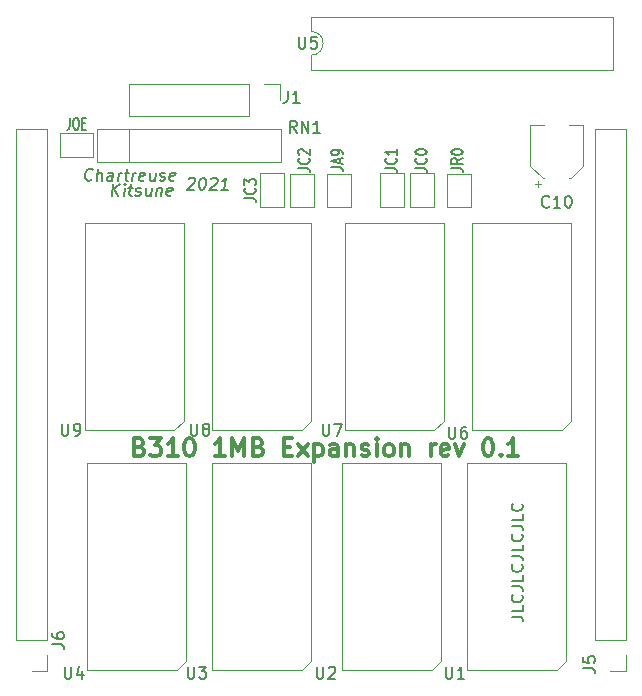
<source format=gbr>
%TF.GenerationSoftware,KiCad,Pcbnew,5.1.10*%
%TF.CreationDate,2021-12-22T00:08:39-07:00*%
%TF.ProjectId,Bondwell1MB,426f6e64-7765-46c6-9c31-4d422e6b6963,rev?*%
%TF.SameCoordinates,Original*%
%TF.FileFunction,Legend,Top*%
%TF.FilePolarity,Positive*%
%FSLAX46Y46*%
G04 Gerber Fmt 4.6, Leading zero omitted, Abs format (unit mm)*
G04 Created by KiCad (PCBNEW 5.1.10) date 2021-12-22 00:08:39*
%MOMM*%
%LPD*%
G01*
G04 APERTURE LIST*
%ADD10C,0.150000*%
%ADD11C,0.300000*%
%ADD12C,0.120000*%
%ADD13C,0.153000*%
G04 APERTURE END LIST*
D10*
X86944824Y-86669619D02*
X86998395Y-86622000D01*
X87099586Y-86574380D01*
X87337681Y-86574380D01*
X87426967Y-86622000D01*
X87468633Y-86669619D01*
X87504348Y-86764857D01*
X87492443Y-86860095D01*
X87426967Y-87002952D01*
X86784110Y-87574380D01*
X87403157Y-87574380D01*
X88147205Y-86574380D02*
X88242443Y-86574380D01*
X88331729Y-86622000D01*
X88373395Y-86669619D01*
X88409110Y-86764857D01*
X88432919Y-86955333D01*
X88403157Y-87193428D01*
X88331729Y-87383904D01*
X88272205Y-87479142D01*
X88218633Y-87526761D01*
X88117443Y-87574380D01*
X88022205Y-87574380D01*
X87932919Y-87526761D01*
X87891252Y-87479142D01*
X87855538Y-87383904D01*
X87831729Y-87193428D01*
X87861491Y-86955333D01*
X87932919Y-86764857D01*
X87992443Y-86669619D01*
X88046014Y-86622000D01*
X88147205Y-86574380D01*
X88849586Y-86669619D02*
X88903157Y-86622000D01*
X89004348Y-86574380D01*
X89242443Y-86574380D01*
X89331729Y-86622000D01*
X89373395Y-86669619D01*
X89409110Y-86764857D01*
X89397205Y-86860095D01*
X89331729Y-87002952D01*
X88688872Y-87574380D01*
X89307919Y-87574380D01*
X90260300Y-87574380D02*
X89688872Y-87574380D01*
X89974586Y-87574380D02*
X90099586Y-86574380D01*
X89986491Y-86717238D01*
X89879348Y-86812476D01*
X89778157Y-86860095D01*
X80434205Y-88082380D02*
X80559205Y-87082380D01*
X81005633Y-88082380D02*
X80648491Y-87510952D01*
X81130633Y-87082380D02*
X80487776Y-87653809D01*
X81434205Y-88082380D02*
X81517538Y-87415714D01*
X81559205Y-87082380D02*
X81505633Y-87130000D01*
X81547300Y-87177619D01*
X81600872Y-87130000D01*
X81559205Y-87082380D01*
X81547300Y-87177619D01*
X81850872Y-87415714D02*
X82231824Y-87415714D01*
X82035395Y-87082380D02*
X81928252Y-87939523D01*
X81963967Y-88034761D01*
X82053252Y-88082380D01*
X82148491Y-88082380D01*
X82440157Y-88034761D02*
X82529443Y-88082380D01*
X82719919Y-88082380D01*
X82821110Y-88034761D01*
X82880633Y-87939523D01*
X82886586Y-87891904D01*
X82850872Y-87796666D01*
X82761586Y-87749047D01*
X82618729Y-87749047D01*
X82529443Y-87701428D01*
X82493729Y-87606190D01*
X82499681Y-87558571D01*
X82559205Y-87463333D01*
X82660395Y-87415714D01*
X82803252Y-87415714D01*
X82892538Y-87463333D01*
X83803252Y-87415714D02*
X83719919Y-88082380D01*
X83374681Y-87415714D02*
X83309205Y-87939523D01*
X83344919Y-88034761D01*
X83434205Y-88082380D01*
X83577062Y-88082380D01*
X83678252Y-88034761D01*
X83731824Y-87987142D01*
X84279443Y-87415714D02*
X84196110Y-88082380D01*
X84267538Y-87510952D02*
X84321110Y-87463333D01*
X84422300Y-87415714D01*
X84565157Y-87415714D01*
X84654443Y-87463333D01*
X84690157Y-87558571D01*
X84624681Y-88082380D01*
X85487776Y-88034761D02*
X85386586Y-88082380D01*
X85196110Y-88082380D01*
X85106824Y-88034761D01*
X85071110Y-87939523D01*
X85118729Y-87558571D01*
X85178252Y-87463333D01*
X85279443Y-87415714D01*
X85469919Y-87415714D01*
X85559205Y-87463333D01*
X85594919Y-87558571D01*
X85583014Y-87653809D01*
X85094919Y-87749047D01*
X78739633Y-86717142D02*
X78686062Y-86764761D01*
X78537252Y-86812380D01*
X78442014Y-86812380D01*
X78305110Y-86764761D01*
X78221776Y-86669523D01*
X78186062Y-86574285D01*
X78162252Y-86383809D01*
X78180110Y-86240952D01*
X78251538Y-86050476D01*
X78311062Y-85955238D01*
X78418205Y-85860000D01*
X78567014Y-85812380D01*
X78662252Y-85812380D01*
X78799157Y-85860000D01*
X78840824Y-85907619D01*
X79156300Y-86812380D02*
X79281300Y-85812380D01*
X79584872Y-86812380D02*
X79650348Y-86288571D01*
X79614633Y-86193333D01*
X79525348Y-86145714D01*
X79382491Y-86145714D01*
X79281300Y-86193333D01*
X79227729Y-86240952D01*
X80489633Y-86812380D02*
X80555110Y-86288571D01*
X80519395Y-86193333D01*
X80430110Y-86145714D01*
X80239633Y-86145714D01*
X80138443Y-86193333D01*
X80495586Y-86764761D02*
X80394395Y-86812380D01*
X80156300Y-86812380D01*
X80067014Y-86764761D01*
X80031300Y-86669523D01*
X80043205Y-86574285D01*
X80102729Y-86479047D01*
X80203919Y-86431428D01*
X80442014Y-86431428D01*
X80543205Y-86383809D01*
X80965824Y-86812380D02*
X81049157Y-86145714D01*
X81025348Y-86336190D02*
X81084872Y-86240952D01*
X81138443Y-86193333D01*
X81239633Y-86145714D01*
X81334872Y-86145714D01*
X81525348Y-86145714D02*
X81906300Y-86145714D01*
X81709872Y-85812380D02*
X81602729Y-86669523D01*
X81638443Y-86764761D01*
X81727729Y-86812380D01*
X81822967Y-86812380D01*
X82156300Y-86812380D02*
X82239633Y-86145714D01*
X82215824Y-86336190D02*
X82275348Y-86240952D01*
X82328919Y-86193333D01*
X82430110Y-86145714D01*
X82525348Y-86145714D01*
X83162252Y-86764761D02*
X83061062Y-86812380D01*
X82870586Y-86812380D01*
X82781300Y-86764761D01*
X82745586Y-86669523D01*
X82793205Y-86288571D01*
X82852729Y-86193333D01*
X82953919Y-86145714D01*
X83144395Y-86145714D01*
X83233681Y-86193333D01*
X83269395Y-86288571D01*
X83257491Y-86383809D01*
X82769395Y-86479047D01*
X84144395Y-86145714D02*
X84061062Y-86812380D01*
X83715824Y-86145714D02*
X83650348Y-86669523D01*
X83686062Y-86764761D01*
X83775348Y-86812380D01*
X83918205Y-86812380D01*
X84019395Y-86764761D01*
X84072967Y-86717142D01*
X84495586Y-86764761D02*
X84584872Y-86812380D01*
X84775348Y-86812380D01*
X84876538Y-86764761D01*
X84936062Y-86669523D01*
X84942014Y-86621904D01*
X84906300Y-86526666D01*
X84817014Y-86479047D01*
X84674157Y-86479047D01*
X84584872Y-86431428D01*
X84549157Y-86336190D01*
X84555110Y-86288571D01*
X84614633Y-86193333D01*
X84715824Y-86145714D01*
X84858681Y-86145714D01*
X84947967Y-86193333D01*
X85733681Y-86764761D02*
X85632491Y-86812380D01*
X85442014Y-86812380D01*
X85352729Y-86764761D01*
X85317014Y-86669523D01*
X85364633Y-86288571D01*
X85424157Y-86193333D01*
X85525348Y-86145714D01*
X85715824Y-86145714D01*
X85805110Y-86193333D01*
X85840824Y-86288571D01*
X85828919Y-86383809D01*
X85340824Y-86479047D01*
D11*
X82801999Y-109366857D02*
X83016285Y-109438285D01*
X83087714Y-109509714D01*
X83159142Y-109652571D01*
X83159142Y-109866857D01*
X83087714Y-110009714D01*
X83016285Y-110081142D01*
X82873428Y-110152571D01*
X82301999Y-110152571D01*
X82301999Y-108652571D01*
X82801999Y-108652571D01*
X82944857Y-108724000D01*
X83016285Y-108795428D01*
X83087714Y-108938285D01*
X83087714Y-109081142D01*
X83016285Y-109224000D01*
X82944857Y-109295428D01*
X82801999Y-109366857D01*
X82301999Y-109366857D01*
X83659142Y-108652571D02*
X84587714Y-108652571D01*
X84087714Y-109224000D01*
X84301999Y-109224000D01*
X84444857Y-109295428D01*
X84516285Y-109366857D01*
X84587714Y-109509714D01*
X84587714Y-109866857D01*
X84516285Y-110009714D01*
X84444857Y-110081142D01*
X84301999Y-110152571D01*
X83873428Y-110152571D01*
X83730571Y-110081142D01*
X83659142Y-110009714D01*
X86016285Y-110152571D02*
X85159142Y-110152571D01*
X85587714Y-110152571D02*
X85587714Y-108652571D01*
X85444857Y-108866857D01*
X85301999Y-109009714D01*
X85159142Y-109081142D01*
X86944857Y-108652571D02*
X87087714Y-108652571D01*
X87230571Y-108724000D01*
X87301999Y-108795428D01*
X87373428Y-108938285D01*
X87444857Y-109224000D01*
X87444857Y-109581142D01*
X87373428Y-109866857D01*
X87301999Y-110009714D01*
X87230571Y-110081142D01*
X87087714Y-110152571D01*
X86944857Y-110152571D01*
X86801999Y-110081142D01*
X86730571Y-110009714D01*
X86659142Y-109866857D01*
X86587714Y-109581142D01*
X86587714Y-109224000D01*
X86659142Y-108938285D01*
X86730571Y-108795428D01*
X86801999Y-108724000D01*
X86944857Y-108652571D01*
X90016285Y-110152571D02*
X89159142Y-110152571D01*
X89587714Y-110152571D02*
X89587714Y-108652571D01*
X89444857Y-108866857D01*
X89301999Y-109009714D01*
X89159142Y-109081142D01*
X90659142Y-110152571D02*
X90659142Y-108652571D01*
X91159142Y-109724000D01*
X91659142Y-108652571D01*
X91659142Y-110152571D01*
X92873428Y-109366857D02*
X93087714Y-109438285D01*
X93159142Y-109509714D01*
X93230571Y-109652571D01*
X93230571Y-109866857D01*
X93159142Y-110009714D01*
X93087714Y-110081142D01*
X92944857Y-110152571D01*
X92373428Y-110152571D01*
X92373428Y-108652571D01*
X92873428Y-108652571D01*
X93016285Y-108724000D01*
X93087714Y-108795428D01*
X93159142Y-108938285D01*
X93159142Y-109081142D01*
X93087714Y-109224000D01*
X93016285Y-109295428D01*
X92873428Y-109366857D01*
X92373428Y-109366857D01*
X95016285Y-109366857D02*
X95516285Y-109366857D01*
X95730571Y-110152571D02*
X95016285Y-110152571D01*
X95016285Y-108652571D01*
X95730571Y-108652571D01*
X96230571Y-110152571D02*
X97016285Y-109152571D01*
X96230571Y-109152571D02*
X97016285Y-110152571D01*
X97587714Y-109152571D02*
X97587714Y-110652571D01*
X97587714Y-109224000D02*
X97730571Y-109152571D01*
X98016285Y-109152571D01*
X98159142Y-109224000D01*
X98230571Y-109295428D01*
X98301999Y-109438285D01*
X98301999Y-109866857D01*
X98230571Y-110009714D01*
X98159142Y-110081142D01*
X98016285Y-110152571D01*
X97730571Y-110152571D01*
X97587714Y-110081142D01*
X99587714Y-110152571D02*
X99587714Y-109366857D01*
X99516285Y-109224000D01*
X99373428Y-109152571D01*
X99087714Y-109152571D01*
X98944857Y-109224000D01*
X99587714Y-110081142D02*
X99444857Y-110152571D01*
X99087714Y-110152571D01*
X98944857Y-110081142D01*
X98873428Y-109938285D01*
X98873428Y-109795428D01*
X98944857Y-109652571D01*
X99087714Y-109581142D01*
X99444857Y-109581142D01*
X99587714Y-109509714D01*
X100301999Y-109152571D02*
X100301999Y-110152571D01*
X100301999Y-109295428D02*
X100373428Y-109224000D01*
X100516285Y-109152571D01*
X100730571Y-109152571D01*
X100873428Y-109224000D01*
X100944857Y-109366857D01*
X100944857Y-110152571D01*
X101587714Y-110081142D02*
X101730571Y-110152571D01*
X102016285Y-110152571D01*
X102159142Y-110081142D01*
X102230571Y-109938285D01*
X102230571Y-109866857D01*
X102159142Y-109724000D01*
X102016285Y-109652571D01*
X101801999Y-109652571D01*
X101659142Y-109581142D01*
X101587714Y-109438285D01*
X101587714Y-109366857D01*
X101659142Y-109224000D01*
X101801999Y-109152571D01*
X102016285Y-109152571D01*
X102159142Y-109224000D01*
X102873428Y-110152571D02*
X102873428Y-109152571D01*
X102873428Y-108652571D02*
X102801999Y-108724000D01*
X102873428Y-108795428D01*
X102944857Y-108724000D01*
X102873428Y-108652571D01*
X102873428Y-108795428D01*
X103801999Y-110152571D02*
X103659142Y-110081142D01*
X103587714Y-110009714D01*
X103516285Y-109866857D01*
X103516285Y-109438285D01*
X103587714Y-109295428D01*
X103659142Y-109224000D01*
X103801999Y-109152571D01*
X104016285Y-109152571D01*
X104159142Y-109224000D01*
X104230571Y-109295428D01*
X104301999Y-109438285D01*
X104301999Y-109866857D01*
X104230571Y-110009714D01*
X104159142Y-110081142D01*
X104016285Y-110152571D01*
X103801999Y-110152571D01*
X104944857Y-109152571D02*
X104944857Y-110152571D01*
X104944857Y-109295428D02*
X105016285Y-109224000D01*
X105159142Y-109152571D01*
X105373428Y-109152571D01*
X105516285Y-109224000D01*
X105587714Y-109366857D01*
X105587714Y-110152571D01*
X107444857Y-110152571D02*
X107444857Y-109152571D01*
X107444857Y-109438285D02*
X107516285Y-109295428D01*
X107587714Y-109224000D01*
X107730571Y-109152571D01*
X107873428Y-109152571D01*
X108944857Y-110081142D02*
X108801999Y-110152571D01*
X108516285Y-110152571D01*
X108373428Y-110081142D01*
X108301999Y-109938285D01*
X108301999Y-109366857D01*
X108373428Y-109224000D01*
X108516285Y-109152571D01*
X108801999Y-109152571D01*
X108944857Y-109224000D01*
X109016285Y-109366857D01*
X109016285Y-109509714D01*
X108301999Y-109652571D01*
X109516285Y-109152571D02*
X109873428Y-110152571D01*
X110230571Y-109152571D01*
X112230571Y-108652571D02*
X112373428Y-108652571D01*
X112516285Y-108724000D01*
X112587714Y-108795428D01*
X112659142Y-108938285D01*
X112730571Y-109224000D01*
X112730571Y-109581142D01*
X112659142Y-109866857D01*
X112587714Y-110009714D01*
X112516285Y-110081142D01*
X112373428Y-110152571D01*
X112230571Y-110152571D01*
X112087714Y-110081142D01*
X112016285Y-110009714D01*
X111944857Y-109866857D01*
X111873428Y-109581142D01*
X111873428Y-109224000D01*
X111944857Y-108938285D01*
X112016285Y-108795428D01*
X112087714Y-108724000D01*
X112230571Y-108652571D01*
X113373428Y-110009714D02*
X113444857Y-110081142D01*
X113373428Y-110152571D01*
X113301999Y-110081142D01*
X113373428Y-110009714D01*
X113373428Y-110152571D01*
X114873428Y-110152571D02*
X114016285Y-110152571D01*
X114444857Y-110152571D02*
X114444857Y-108652571D01*
X114301999Y-108866857D01*
X114159142Y-109009714D01*
X114016285Y-109081142D01*
D10*
X114315142Y-123745047D02*
X114958000Y-123745047D01*
X115086571Y-123792666D01*
X115172285Y-123887904D01*
X115215142Y-124030761D01*
X115215142Y-124126000D01*
X115215142Y-122792666D02*
X115215142Y-123268857D01*
X114315142Y-123268857D01*
X115129428Y-121887904D02*
X115172285Y-121935523D01*
X115215142Y-122078380D01*
X115215142Y-122173619D01*
X115172285Y-122316476D01*
X115086571Y-122411714D01*
X115000857Y-122459333D01*
X114829428Y-122506952D01*
X114700857Y-122506952D01*
X114529428Y-122459333D01*
X114443714Y-122411714D01*
X114358000Y-122316476D01*
X114315142Y-122173619D01*
X114315142Y-122078380D01*
X114358000Y-121935523D01*
X114400857Y-121887904D01*
X114315142Y-121173619D02*
X114958000Y-121173619D01*
X115086571Y-121221238D01*
X115172285Y-121316476D01*
X115215142Y-121459333D01*
X115215142Y-121554571D01*
X115215142Y-120221238D02*
X115215142Y-120697428D01*
X114315142Y-120697428D01*
X115129428Y-119316476D02*
X115172285Y-119364095D01*
X115215142Y-119506952D01*
X115215142Y-119602190D01*
X115172285Y-119745047D01*
X115086571Y-119840285D01*
X115000857Y-119887904D01*
X114829428Y-119935523D01*
X114700857Y-119935523D01*
X114529428Y-119887904D01*
X114443714Y-119840285D01*
X114358000Y-119745047D01*
X114315142Y-119602190D01*
X114315142Y-119506952D01*
X114358000Y-119364095D01*
X114400857Y-119316476D01*
X114315142Y-118602190D02*
X114958000Y-118602190D01*
X115086571Y-118649809D01*
X115172285Y-118745047D01*
X115215142Y-118887904D01*
X115215142Y-118983142D01*
X115215142Y-117649809D02*
X115215142Y-118126000D01*
X114315142Y-118126000D01*
X115129428Y-116745047D02*
X115172285Y-116792666D01*
X115215142Y-116935523D01*
X115215142Y-117030761D01*
X115172285Y-117173619D01*
X115086571Y-117268857D01*
X115000857Y-117316476D01*
X114829428Y-117364095D01*
X114700857Y-117364095D01*
X114529428Y-117316476D01*
X114443714Y-117268857D01*
X114358000Y-117173619D01*
X114315142Y-117030761D01*
X114315142Y-116935523D01*
X114358000Y-116792666D01*
X114400857Y-116745047D01*
X114315142Y-116030761D02*
X114958000Y-116030761D01*
X115086571Y-116078380D01*
X115172285Y-116173619D01*
X115215142Y-116316476D01*
X115215142Y-116411714D01*
X115215142Y-115078380D02*
X115215142Y-115554571D01*
X114315142Y-115554571D01*
X115129428Y-114173619D02*
X115172285Y-114221238D01*
X115215142Y-114364095D01*
X115215142Y-114459333D01*
X115172285Y-114602190D01*
X115086571Y-114697428D01*
X115000857Y-114745047D01*
X114829428Y-114792666D01*
X114700857Y-114792666D01*
X114529428Y-114745047D01*
X114443714Y-114697428D01*
X114358000Y-114602190D01*
X114315142Y-114459333D01*
X114315142Y-114364095D01*
X114358000Y-114221238D01*
X114400857Y-114173619D01*
D12*
%TO.C,J1*%
X94675000Y-78680000D02*
X94675000Y-80010000D01*
X93345000Y-78680000D02*
X94675000Y-78680000D01*
X92075000Y-78680000D02*
X92075000Y-81340000D01*
X92075000Y-81340000D02*
X81855000Y-81340000D01*
X92075000Y-78680000D02*
X81855000Y-78680000D01*
X81855000Y-78680000D02*
X81855000Y-81340000D01*
%TO.C,U5*%
X97330000Y-72940000D02*
X97330000Y-74190000D01*
X122850000Y-72940000D02*
X97330000Y-72940000D01*
X122850000Y-77440000D02*
X122850000Y-72940000D01*
X97330000Y-77440000D02*
X122850000Y-77440000D01*
X97330000Y-76190000D02*
X97330000Y-77440000D01*
X97330000Y-74190000D02*
G75*
G02*
X97330000Y-76190000I0J-1000000D01*
G01*
%TO.C,JC0*%
X107680000Y-86215000D02*
X107680000Y-89015000D01*
X107680000Y-89015000D02*
X105680000Y-89015000D01*
X105680000Y-89015000D02*
X105680000Y-86215000D01*
X105680000Y-86215000D02*
X107680000Y-86215000D01*
%TO.C,JC2*%
X97520000Y-86230000D02*
X97520000Y-89030000D01*
X97520000Y-89030000D02*
X95520000Y-89030000D01*
X95520000Y-89030000D02*
X95520000Y-86230000D01*
X95520000Y-86230000D02*
X97520000Y-86230000D01*
%TO.C,J6*%
X74990000Y-128330000D02*
X73660000Y-128330000D01*
X74990000Y-127000000D02*
X74990000Y-128330000D01*
X74990000Y-125730000D02*
X72330000Y-125730000D01*
X72330000Y-125730000D02*
X72330000Y-82490000D01*
X74990000Y-125730000D02*
X74990000Y-82490000D01*
X74990000Y-82490000D02*
X72330000Y-82490000D01*
%TO.C,U8*%
X97335000Y-90424000D02*
X97335000Y-107150000D01*
X88935000Y-90394000D02*
X97335000Y-90394000D01*
X88935000Y-107950000D02*
X88935000Y-90394000D01*
X96535000Y-107950000D02*
X88935000Y-107950000D01*
X97335000Y-107150000D02*
X96535000Y-107950000D01*
%TO.C,U3*%
X97335000Y-110744000D02*
X97335000Y-127470000D01*
X88935000Y-110714000D02*
X97335000Y-110714000D01*
X88935000Y-128270000D02*
X88935000Y-110714000D01*
X96535000Y-128270000D02*
X88935000Y-128270000D01*
X97335000Y-127470000D02*
X96535000Y-128270000D01*
%TO.C,U4*%
X86750000Y-110744000D02*
X86750000Y-127470000D01*
X78350000Y-110714000D02*
X86750000Y-110714000D01*
X78350000Y-128270000D02*
X78350000Y-110714000D01*
X85950000Y-128270000D02*
X78350000Y-128270000D01*
X86750000Y-127470000D02*
X85950000Y-128270000D01*
%TO.C,U2*%
X108340000Y-110744000D02*
X108340000Y-127470000D01*
X99940000Y-110714000D02*
X108340000Y-110714000D01*
X99940000Y-128270000D02*
X99940000Y-110714000D01*
X107540000Y-128270000D02*
X99940000Y-128270000D01*
X108340000Y-127470000D02*
X107540000Y-128270000D01*
%TO.C,U9*%
X86540000Y-90424000D02*
X86540000Y-107150000D01*
X78140000Y-90394000D02*
X86540000Y-90394000D01*
X78140000Y-107950000D02*
X78140000Y-90394000D01*
X85740000Y-107950000D02*
X78140000Y-107950000D01*
X86540000Y-107150000D02*
X85740000Y-107950000D01*
%TO.C,U7*%
X108550000Y-90424000D02*
X108550000Y-107150000D01*
X100150000Y-90394000D02*
X108550000Y-90394000D01*
X100150000Y-107950000D02*
X100150000Y-90394000D01*
X107750000Y-107950000D02*
X100150000Y-107950000D01*
X108550000Y-107150000D02*
X107750000Y-107950000D01*
%TO.C,U1*%
X118925000Y-110744000D02*
X118925000Y-127470000D01*
X110525000Y-110714000D02*
X118925000Y-110714000D01*
X110525000Y-128270000D02*
X110525000Y-110714000D01*
X118125000Y-128270000D02*
X110525000Y-128270000D01*
X118925000Y-127470000D02*
X118125000Y-128270000D01*
%TO.C,U6*%
X119345000Y-90424000D02*
X119345000Y-107150000D01*
X110945000Y-90394000D02*
X119345000Y-90394000D01*
X110945000Y-107950000D02*
X110945000Y-90394000D01*
X118545000Y-107950000D02*
X110945000Y-107950000D01*
X119345000Y-107150000D02*
X118545000Y-107950000D01*
%TO.C,RN1*%
X81915000Y-82420000D02*
X81915000Y-85220000D01*
X94785000Y-82420000D02*
X79205000Y-82420000D01*
X94785000Y-85220000D02*
X94785000Y-82420000D01*
X79205000Y-85220000D02*
X94785000Y-85220000D01*
X79205000Y-82420000D02*
X79205000Y-85220000D01*
%TO.C,JR0*%
X110855000Y-86230000D02*
X110855000Y-89030000D01*
X110855000Y-89030000D02*
X108855000Y-89030000D01*
X108855000Y-89030000D02*
X108855000Y-86230000D01*
X108855000Y-86230000D02*
X110855000Y-86230000D01*
%TO.C,JC3*%
X94980000Y-86215000D02*
X94980000Y-89015000D01*
X94980000Y-89015000D02*
X92980000Y-89015000D01*
X92980000Y-89015000D02*
X92980000Y-86215000D01*
X92980000Y-86215000D02*
X94980000Y-86215000D01*
%TO.C,JC1*%
X105140000Y-86215000D02*
X105140000Y-89015000D01*
X105140000Y-89015000D02*
X103140000Y-89015000D01*
X103140000Y-89015000D02*
X103140000Y-86215000D01*
X103140000Y-86215000D02*
X105140000Y-86215000D01*
%TO.C,JOE*%
X76070000Y-82820000D02*
X78870000Y-82820000D01*
X78870000Y-82820000D02*
X78870000Y-84820000D01*
X78870000Y-84820000D02*
X76070000Y-84820000D01*
X76070000Y-84820000D02*
X76070000Y-82820000D01*
%TO.C,JA9*%
X100695000Y-86230000D02*
X100695000Y-89030000D01*
X100695000Y-89030000D02*
X98695000Y-89030000D01*
X98695000Y-89030000D02*
X98695000Y-86230000D01*
X98695000Y-86230000D02*
X100695000Y-86230000D01*
%TO.C,J5*%
X123990000Y-128330000D02*
X122660000Y-128330000D01*
X123990000Y-127000000D02*
X123990000Y-128330000D01*
X123990000Y-125730000D02*
X121330000Y-125730000D01*
X121330000Y-125730000D02*
X121330000Y-82490000D01*
X123990000Y-125730000D02*
X123990000Y-82490000D01*
X123990000Y-82490000D02*
X121330000Y-82490000D01*
%TO.C,C10*%
X116300000Y-87100000D02*
X116800000Y-87100000D01*
X116550000Y-87350000D02*
X116550000Y-86850000D01*
X119305563Y-86610000D02*
X120370000Y-85545563D01*
X116914437Y-86610000D02*
X115850000Y-85545563D01*
X116914437Y-86610000D02*
X117050000Y-86610000D01*
X119305563Y-86610000D02*
X119170000Y-86610000D01*
X120370000Y-85545563D02*
X120370000Y-82090000D01*
X115850000Y-85545563D02*
X115850000Y-82090000D01*
X115850000Y-82090000D02*
X117050000Y-82090000D01*
X120370000Y-82090000D02*
X119170000Y-82090000D01*
%TO.C,J1*%
D10*
X95341666Y-79208380D02*
X95341666Y-79922666D01*
X95294047Y-80065523D01*
X95198809Y-80160761D01*
X95055952Y-80208380D01*
X94960714Y-80208380D01*
X96341666Y-80208380D02*
X95770238Y-80208380D01*
X96055952Y-80208380D02*
X96055952Y-79208380D01*
X95960714Y-79351238D01*
X95865476Y-79446476D01*
X95770238Y-79494095D01*
%TO.C,U5*%
X96266095Y-74636380D02*
X96266095Y-75445904D01*
X96313714Y-75541142D01*
X96361333Y-75588761D01*
X96456571Y-75636380D01*
X96647047Y-75636380D01*
X96742285Y-75588761D01*
X96789904Y-75541142D01*
X96837523Y-75445904D01*
X96837523Y-74636380D01*
X97789904Y-74636380D02*
X97313714Y-74636380D01*
X97266095Y-75112571D01*
X97313714Y-75064952D01*
X97408952Y-75017333D01*
X97647047Y-75017333D01*
X97742285Y-75064952D01*
X97789904Y-75112571D01*
X97837523Y-75207809D01*
X97837523Y-75445904D01*
X97789904Y-75541142D01*
X97742285Y-75588761D01*
X97647047Y-75636380D01*
X97408952Y-75636380D01*
X97313714Y-75588761D01*
X97266095Y-75541142D01*
%TO.C,JC0*%
D13*
X106132380Y-85756666D02*
X106846666Y-85756666D01*
X106989523Y-85794761D01*
X107084761Y-85870952D01*
X107132380Y-85985238D01*
X107132380Y-86061428D01*
X107037142Y-84918571D02*
X107084761Y-84956666D01*
X107132380Y-85070952D01*
X107132380Y-85147142D01*
X107084761Y-85261428D01*
X106989523Y-85337619D01*
X106894285Y-85375714D01*
X106703809Y-85413809D01*
X106560952Y-85413809D01*
X106370476Y-85375714D01*
X106275238Y-85337619D01*
X106180000Y-85261428D01*
X106132380Y-85147142D01*
X106132380Y-85070952D01*
X106180000Y-84956666D01*
X106227619Y-84918571D01*
X106132380Y-84423333D02*
X106132380Y-84347142D01*
X106180000Y-84270952D01*
X106227619Y-84232857D01*
X106322857Y-84194761D01*
X106513333Y-84156666D01*
X106751428Y-84156666D01*
X106941904Y-84194761D01*
X107037142Y-84232857D01*
X107084761Y-84270952D01*
X107132380Y-84347142D01*
X107132380Y-84423333D01*
X107084761Y-84499523D01*
X107037142Y-84537619D01*
X106941904Y-84575714D01*
X106751428Y-84613809D01*
X106513333Y-84613809D01*
X106322857Y-84575714D01*
X106227619Y-84537619D01*
X106180000Y-84499523D01*
X106132380Y-84423333D01*
%TO.C,JC2*%
X96226380Y-85756666D02*
X96940666Y-85756666D01*
X97083523Y-85794761D01*
X97178761Y-85870952D01*
X97226380Y-85985238D01*
X97226380Y-86061428D01*
X97131142Y-84918571D02*
X97178761Y-84956666D01*
X97226380Y-85070952D01*
X97226380Y-85147142D01*
X97178761Y-85261428D01*
X97083523Y-85337619D01*
X96988285Y-85375714D01*
X96797809Y-85413809D01*
X96654952Y-85413809D01*
X96464476Y-85375714D01*
X96369238Y-85337619D01*
X96274000Y-85261428D01*
X96226380Y-85147142D01*
X96226380Y-85070952D01*
X96274000Y-84956666D01*
X96321619Y-84918571D01*
X96321619Y-84613809D02*
X96274000Y-84575714D01*
X96226380Y-84499523D01*
X96226380Y-84309047D01*
X96274000Y-84232857D01*
X96321619Y-84194761D01*
X96416857Y-84156666D01*
X96512095Y-84156666D01*
X96654952Y-84194761D01*
X97226380Y-84651904D01*
X97226380Y-84156666D01*
%TO.C,J6*%
D10*
X75398380Y-126063333D02*
X76112666Y-126063333D01*
X76255523Y-126110952D01*
X76350761Y-126206190D01*
X76398380Y-126349047D01*
X76398380Y-126444285D01*
X75398380Y-125158571D02*
X75398380Y-125349047D01*
X75446000Y-125444285D01*
X75493619Y-125491904D01*
X75636476Y-125587142D01*
X75826952Y-125634761D01*
X76207904Y-125634761D01*
X76303142Y-125587142D01*
X76350761Y-125539523D01*
X76398380Y-125444285D01*
X76398380Y-125253809D01*
X76350761Y-125158571D01*
X76303142Y-125110952D01*
X76207904Y-125063333D01*
X75969809Y-125063333D01*
X75874571Y-125110952D01*
X75826952Y-125158571D01*
X75779333Y-125253809D01*
X75779333Y-125444285D01*
X75826952Y-125539523D01*
X75874571Y-125587142D01*
X75969809Y-125634761D01*
%TO.C,U8*%
X87122095Y-107402380D02*
X87122095Y-108211904D01*
X87169714Y-108307142D01*
X87217333Y-108354761D01*
X87312571Y-108402380D01*
X87503047Y-108402380D01*
X87598285Y-108354761D01*
X87645904Y-108307142D01*
X87693523Y-108211904D01*
X87693523Y-107402380D01*
X88312571Y-107830952D02*
X88217333Y-107783333D01*
X88169714Y-107735714D01*
X88122095Y-107640476D01*
X88122095Y-107592857D01*
X88169714Y-107497619D01*
X88217333Y-107450000D01*
X88312571Y-107402380D01*
X88503047Y-107402380D01*
X88598285Y-107450000D01*
X88645904Y-107497619D01*
X88693523Y-107592857D01*
X88693523Y-107640476D01*
X88645904Y-107735714D01*
X88598285Y-107783333D01*
X88503047Y-107830952D01*
X88312571Y-107830952D01*
X88217333Y-107878571D01*
X88169714Y-107926190D01*
X88122095Y-108021428D01*
X88122095Y-108211904D01*
X88169714Y-108307142D01*
X88217333Y-108354761D01*
X88312571Y-108402380D01*
X88503047Y-108402380D01*
X88598285Y-108354761D01*
X88645904Y-108307142D01*
X88693523Y-108211904D01*
X88693523Y-108021428D01*
X88645904Y-107926190D01*
X88598285Y-107878571D01*
X88503047Y-107830952D01*
%TO.C,U3*%
X86868095Y-127976380D02*
X86868095Y-128785904D01*
X86915714Y-128881142D01*
X86963333Y-128928761D01*
X87058571Y-128976380D01*
X87249047Y-128976380D01*
X87344285Y-128928761D01*
X87391904Y-128881142D01*
X87439523Y-128785904D01*
X87439523Y-127976380D01*
X87820476Y-127976380D02*
X88439523Y-127976380D01*
X88106190Y-128357333D01*
X88249047Y-128357333D01*
X88344285Y-128404952D01*
X88391904Y-128452571D01*
X88439523Y-128547809D01*
X88439523Y-128785904D01*
X88391904Y-128881142D01*
X88344285Y-128928761D01*
X88249047Y-128976380D01*
X87963333Y-128976380D01*
X87868095Y-128928761D01*
X87820476Y-128881142D01*
%TO.C,U4*%
X76454095Y-127976380D02*
X76454095Y-128785904D01*
X76501714Y-128881142D01*
X76549333Y-128928761D01*
X76644571Y-128976380D01*
X76835047Y-128976380D01*
X76930285Y-128928761D01*
X76977904Y-128881142D01*
X77025523Y-128785904D01*
X77025523Y-127976380D01*
X77930285Y-128309714D02*
X77930285Y-128976380D01*
X77692190Y-127928761D02*
X77454095Y-128643047D01*
X78073142Y-128643047D01*
%TO.C,U2*%
X97790095Y-127976380D02*
X97790095Y-128785904D01*
X97837714Y-128881142D01*
X97885333Y-128928761D01*
X97980571Y-128976380D01*
X98171047Y-128976380D01*
X98266285Y-128928761D01*
X98313904Y-128881142D01*
X98361523Y-128785904D01*
X98361523Y-127976380D01*
X98790095Y-128071619D02*
X98837714Y-128024000D01*
X98932952Y-127976380D01*
X99171047Y-127976380D01*
X99266285Y-128024000D01*
X99313904Y-128071619D01*
X99361523Y-128166857D01*
X99361523Y-128262095D01*
X99313904Y-128404952D01*
X98742476Y-128976380D01*
X99361523Y-128976380D01*
%TO.C,U9*%
X76200095Y-107402380D02*
X76200095Y-108211904D01*
X76247714Y-108307142D01*
X76295333Y-108354761D01*
X76390571Y-108402380D01*
X76581047Y-108402380D01*
X76676285Y-108354761D01*
X76723904Y-108307142D01*
X76771523Y-108211904D01*
X76771523Y-107402380D01*
X77295333Y-108402380D02*
X77485809Y-108402380D01*
X77581047Y-108354761D01*
X77628666Y-108307142D01*
X77723904Y-108164285D01*
X77771523Y-107973809D01*
X77771523Y-107592857D01*
X77723904Y-107497619D01*
X77676285Y-107450000D01*
X77581047Y-107402380D01*
X77390571Y-107402380D01*
X77295333Y-107450000D01*
X77247714Y-107497619D01*
X77200095Y-107592857D01*
X77200095Y-107830952D01*
X77247714Y-107926190D01*
X77295333Y-107973809D01*
X77390571Y-108021428D01*
X77581047Y-108021428D01*
X77676285Y-107973809D01*
X77723904Y-107926190D01*
X77771523Y-107830952D01*
%TO.C,U7*%
X98298095Y-107402380D02*
X98298095Y-108211904D01*
X98345714Y-108307142D01*
X98393333Y-108354761D01*
X98488571Y-108402380D01*
X98679047Y-108402380D01*
X98774285Y-108354761D01*
X98821904Y-108307142D01*
X98869523Y-108211904D01*
X98869523Y-107402380D01*
X99250476Y-107402380D02*
X99917142Y-107402380D01*
X99488571Y-108402380D01*
%TO.C,U1*%
X108712095Y-127976380D02*
X108712095Y-128785904D01*
X108759714Y-128881142D01*
X108807333Y-128928761D01*
X108902571Y-128976380D01*
X109093047Y-128976380D01*
X109188285Y-128928761D01*
X109235904Y-128881142D01*
X109283523Y-128785904D01*
X109283523Y-127976380D01*
X110283523Y-128976380D02*
X109712095Y-128976380D01*
X109997809Y-128976380D02*
X109997809Y-127976380D01*
X109902571Y-128119238D01*
X109807333Y-128214476D01*
X109712095Y-128262095D01*
%TO.C,U6*%
X108966095Y-107656380D02*
X108966095Y-108465904D01*
X109013714Y-108561142D01*
X109061333Y-108608761D01*
X109156571Y-108656380D01*
X109347047Y-108656380D01*
X109442285Y-108608761D01*
X109489904Y-108561142D01*
X109537523Y-108465904D01*
X109537523Y-107656380D01*
X110442285Y-107656380D02*
X110251809Y-107656380D01*
X110156571Y-107704000D01*
X110108952Y-107751619D01*
X110013714Y-107894476D01*
X109966095Y-108084952D01*
X109966095Y-108465904D01*
X110013714Y-108561142D01*
X110061333Y-108608761D01*
X110156571Y-108656380D01*
X110347047Y-108656380D01*
X110442285Y-108608761D01*
X110489904Y-108561142D01*
X110537523Y-108465904D01*
X110537523Y-108227809D01*
X110489904Y-108132571D01*
X110442285Y-108084952D01*
X110347047Y-108037333D01*
X110156571Y-108037333D01*
X110061333Y-108084952D01*
X110013714Y-108132571D01*
X109966095Y-108227809D01*
%TO.C,RN1*%
X96083523Y-82748380D02*
X95750190Y-82272190D01*
X95512095Y-82748380D02*
X95512095Y-81748380D01*
X95893047Y-81748380D01*
X95988285Y-81796000D01*
X96035904Y-81843619D01*
X96083523Y-81938857D01*
X96083523Y-82081714D01*
X96035904Y-82176952D01*
X95988285Y-82224571D01*
X95893047Y-82272190D01*
X95512095Y-82272190D01*
X96512095Y-82748380D02*
X96512095Y-81748380D01*
X97083523Y-82748380D01*
X97083523Y-81748380D01*
X98083523Y-82748380D02*
X97512095Y-82748380D01*
X97797809Y-82748380D02*
X97797809Y-81748380D01*
X97702571Y-81891238D01*
X97607333Y-81986476D01*
X97512095Y-82034095D01*
%TO.C,JR0*%
D13*
X109180380Y-85756666D02*
X109894666Y-85756666D01*
X110037523Y-85794761D01*
X110132761Y-85870952D01*
X110180380Y-85985238D01*
X110180380Y-86061428D01*
X110180380Y-84918571D02*
X109704190Y-85185238D01*
X110180380Y-85375714D02*
X109180380Y-85375714D01*
X109180380Y-85070952D01*
X109228000Y-84994761D01*
X109275619Y-84956666D01*
X109370857Y-84918571D01*
X109513714Y-84918571D01*
X109608952Y-84956666D01*
X109656571Y-84994761D01*
X109704190Y-85070952D01*
X109704190Y-85375714D01*
X109180380Y-84423333D02*
X109180380Y-84347142D01*
X109228000Y-84270952D01*
X109275619Y-84232857D01*
X109370857Y-84194761D01*
X109561333Y-84156666D01*
X109799428Y-84156666D01*
X109989904Y-84194761D01*
X110085142Y-84232857D01*
X110132761Y-84270952D01*
X110180380Y-84347142D01*
X110180380Y-84423333D01*
X110132761Y-84499523D01*
X110085142Y-84537619D01*
X109989904Y-84575714D01*
X109799428Y-84613809D01*
X109561333Y-84613809D01*
X109370857Y-84575714D01*
X109275619Y-84537619D01*
X109228000Y-84499523D01*
X109180380Y-84423333D01*
%TO.C,JC3*%
X91654380Y-88296666D02*
X92368666Y-88296666D01*
X92511523Y-88334761D01*
X92606761Y-88410952D01*
X92654380Y-88525238D01*
X92654380Y-88601428D01*
X92559142Y-87458571D02*
X92606761Y-87496666D01*
X92654380Y-87610952D01*
X92654380Y-87687142D01*
X92606761Y-87801428D01*
X92511523Y-87877619D01*
X92416285Y-87915714D01*
X92225809Y-87953809D01*
X92082952Y-87953809D01*
X91892476Y-87915714D01*
X91797238Y-87877619D01*
X91702000Y-87801428D01*
X91654380Y-87687142D01*
X91654380Y-87610952D01*
X91702000Y-87496666D01*
X91749619Y-87458571D01*
X91654380Y-87191904D02*
X91654380Y-86696666D01*
X92035333Y-86963333D01*
X92035333Y-86849047D01*
X92082952Y-86772857D01*
X92130571Y-86734761D01*
X92225809Y-86696666D01*
X92463904Y-86696666D01*
X92559142Y-86734761D01*
X92606761Y-86772857D01*
X92654380Y-86849047D01*
X92654380Y-87077619D01*
X92606761Y-87153809D01*
X92559142Y-87191904D01*
%TO.C,JC1*%
X103592380Y-85756666D02*
X104306666Y-85756666D01*
X104449523Y-85794761D01*
X104544761Y-85870952D01*
X104592380Y-85985238D01*
X104592380Y-86061428D01*
X104497142Y-84918571D02*
X104544761Y-84956666D01*
X104592380Y-85070952D01*
X104592380Y-85147142D01*
X104544761Y-85261428D01*
X104449523Y-85337619D01*
X104354285Y-85375714D01*
X104163809Y-85413809D01*
X104020952Y-85413809D01*
X103830476Y-85375714D01*
X103735238Y-85337619D01*
X103640000Y-85261428D01*
X103592380Y-85147142D01*
X103592380Y-85070952D01*
X103640000Y-84956666D01*
X103687619Y-84918571D01*
X104592380Y-84156666D02*
X104592380Y-84613809D01*
X104592380Y-84385238D02*
X103592380Y-84385238D01*
X103735238Y-84461428D01*
X103830476Y-84537619D01*
X103878095Y-84613809D01*
%TO.C,JOE*%
X76886666Y-81494380D02*
X76886666Y-82208666D01*
X76853333Y-82351523D01*
X76786666Y-82446761D01*
X76686666Y-82494380D01*
X76620000Y-82494380D01*
X77353333Y-81494380D02*
X77486666Y-81494380D01*
X77553333Y-81542000D01*
X77620000Y-81637238D01*
X77653333Y-81827714D01*
X77653333Y-82161047D01*
X77620000Y-82351523D01*
X77553333Y-82446761D01*
X77486666Y-82494380D01*
X77353333Y-82494380D01*
X77286666Y-82446761D01*
X77220000Y-82351523D01*
X77186666Y-82161047D01*
X77186666Y-81827714D01*
X77220000Y-81637238D01*
X77286666Y-81542000D01*
X77353333Y-81494380D01*
X77953333Y-81970571D02*
X78186666Y-81970571D01*
X78286666Y-82494380D02*
X77953333Y-82494380D01*
X77953333Y-81494380D01*
X78286666Y-81494380D01*
%TO.C,JA9*%
X99020380Y-85699523D02*
X99734666Y-85699523D01*
X99877523Y-85737619D01*
X99972761Y-85813809D01*
X100020380Y-85928095D01*
X100020380Y-86004285D01*
X99734666Y-85356666D02*
X99734666Y-84975714D01*
X100020380Y-85432857D02*
X99020380Y-85166190D01*
X100020380Y-84899523D01*
X100020380Y-84594761D02*
X100020380Y-84442380D01*
X99972761Y-84366190D01*
X99925142Y-84328095D01*
X99782285Y-84251904D01*
X99591809Y-84213809D01*
X99210857Y-84213809D01*
X99115619Y-84251904D01*
X99068000Y-84290000D01*
X99020380Y-84366190D01*
X99020380Y-84518571D01*
X99068000Y-84594761D01*
X99115619Y-84632857D01*
X99210857Y-84670952D01*
X99448952Y-84670952D01*
X99544190Y-84632857D01*
X99591809Y-84594761D01*
X99639428Y-84518571D01*
X99639428Y-84366190D01*
X99591809Y-84290000D01*
X99544190Y-84251904D01*
X99448952Y-84213809D01*
%TO.C,J5*%
D10*
X120356380Y-128095333D02*
X121070666Y-128095333D01*
X121213523Y-128142952D01*
X121308761Y-128238190D01*
X121356380Y-128381047D01*
X121356380Y-128476285D01*
X120356380Y-127142952D02*
X120356380Y-127619142D01*
X120832571Y-127666761D01*
X120784952Y-127619142D01*
X120737333Y-127523904D01*
X120737333Y-127285809D01*
X120784952Y-127190571D01*
X120832571Y-127142952D01*
X120927809Y-127095333D01*
X121165904Y-127095333D01*
X121261142Y-127142952D01*
X121308761Y-127190571D01*
X121356380Y-127285809D01*
X121356380Y-127523904D01*
X121308761Y-127619142D01*
X121261142Y-127666761D01*
%TO.C,C10*%
X117467142Y-89003142D02*
X117419523Y-89050761D01*
X117276666Y-89098380D01*
X117181428Y-89098380D01*
X117038571Y-89050761D01*
X116943333Y-88955523D01*
X116895714Y-88860285D01*
X116848095Y-88669809D01*
X116848095Y-88526952D01*
X116895714Y-88336476D01*
X116943333Y-88241238D01*
X117038571Y-88146000D01*
X117181428Y-88098380D01*
X117276666Y-88098380D01*
X117419523Y-88146000D01*
X117467142Y-88193619D01*
X118419523Y-89098380D02*
X117848095Y-89098380D01*
X118133809Y-89098380D02*
X118133809Y-88098380D01*
X118038571Y-88241238D01*
X117943333Y-88336476D01*
X117848095Y-88384095D01*
X119038571Y-88098380D02*
X119133809Y-88098380D01*
X119229047Y-88146000D01*
X119276666Y-88193619D01*
X119324285Y-88288857D01*
X119371904Y-88479333D01*
X119371904Y-88717428D01*
X119324285Y-88907904D01*
X119276666Y-89003142D01*
X119229047Y-89050761D01*
X119133809Y-89098380D01*
X119038571Y-89098380D01*
X118943333Y-89050761D01*
X118895714Y-89003142D01*
X118848095Y-88907904D01*
X118800476Y-88717428D01*
X118800476Y-88479333D01*
X118848095Y-88288857D01*
X118895714Y-88193619D01*
X118943333Y-88146000D01*
X119038571Y-88098380D01*
%TD*%
M02*

</source>
